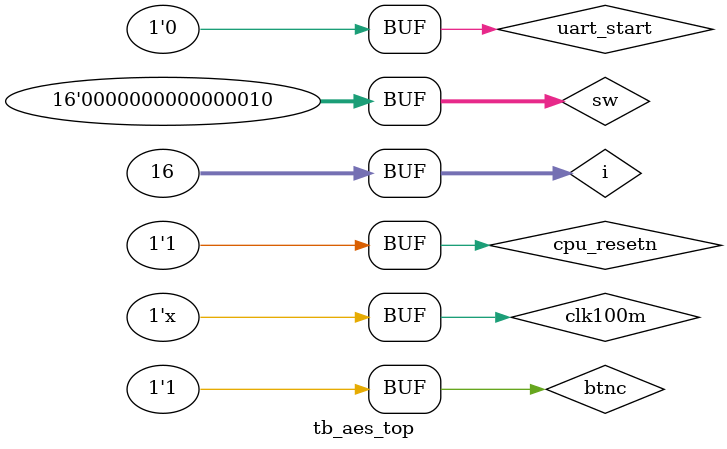
<source format=v>
`timescale 1ns / 1ps

`define AUTOTB_DUT      Cipher
`define AUTOTB_DUT_INST AESL_inst_Cipher
`define AUTOTB_TOP      apatb_Cipher_top
`define AUTOTB_TOP_INST apatb_Cipher_top_inst

module tb_aes_top();

reg cpu_resetn;
reg clk100m; 
reg btnc            ;
reg btnu            ;
reg btnl            ;
reg btnr            ;
reg btnd            ;
reg [15:0] sw       ;
wire [15:0] led      ;
wire uart_txd_in     ;
wire uart_rxd_out    ;
wire [07:0] sseg_ca  ;
wire [07:0] sseg_an ; 

wire uart_busy;
reg uart_busy_d;
wire uart_busy_ne;
reg [09:0] uart_busy_ne_d;
reg uart_start;

reg [07:0] counter_d;

integer i;

always @(posedge clk100m) begin
   if(!cpu_resetn) begin
      counter_d <= 'd0;
   end else begin
      counter_d <= counter_d + 1;
   end
end

initial begin
cpu_resetn = 0;
sw='d0;
uart_start = 0;
clk100m = 0;
btnc = 0;
#1001
cpu_resetn = 0;
#1000
cpu_resetn = 1;
#1000
btnc = 1;
sw = 'd1;
/*for(i=0;i<16;i=i+1) begin
#100000
uart_start = 1;
#10
uart_start = 0;
#100000
uart_start = 0;
end*/
#1000000
sw = 'd0;
#1000000
sw = 'h0000;
#1000000
sw = 'h1002;
#10
btnc = 1;
#4000000
btnc = 1;
for(i=0;i<16;i=i+1) begin
#100000
uart_start = 1;
#10
uart_start = 0;
#100000
uart_start = 0;
end
#400000
sw = 'h0001;
for(i=0;i<16;i=i+1) begin
#100000
uart_start = 1;
#10
uart_start = 0;
#100000
uart_start = 0;
end
sw = 'h0002;
for(i=0;i<16;i=i+1) begin
#100000
uart_start = 1;
#10
uart_start = 0;
#100000
uart_start = 0;
end
#10
btnc = 1;
#100000
btnc = 1;
#10
btnc = 1;
#4000000
btnc = 1;
sw = 'h0001;
for(i=0;i<16;i=i+1) begin
#100000
uart_start = 1;
#10
uart_start = 0;
#100000
uart_start = 0;
end
sw = 'd2;
#10
btnc = 1;
#100000
btnc = 1;
#10
btnc = 1;
#4000000
btnc = 1;
sw = 'd1;
for(i=0;i<16;i=i+1) begin
#100000
uart_start = 1;
#10
uart_start = 0;
#100000
uart_start = 0;
end
sw = 'd2;
#10
btnc = 1;
#100000
btnc = 1;
end

always
 #5 clk100m = ~clk100m; 

`AUTOTB_TOP `AUTOTB_TOP_INST(
    .CPU_RESETN      (cpu_resetn   ),
    .CLK100M         (clk100m      ), 
    .BTNC            (btnc         ),
    .BTNU            (btnu         ),
    .BTNL            (btnl         ),
    .BTNR            (btnr         ),
    .BTND            (btnd         ),
    .SW              (sw           ),
    .LED             (led          ),
    .UART_TXD_IN     (uart_txd_in  ),
    .UART_RXD_OUT    (uart_rxd_out ),
    .UART_CTS        (             ),
    .UART_RTS        ('d1          ),
    .SSEG_CA         (sseg_ca      ),
    .SSEG_AN         (sseg_an      ) 
  );

uart_wrapper u_uart_wrapper(
    .CLK           (clk100m        ),
    .CPU_RESET     (!cpu_resetn       ),
    .USB_UART_TX   (   ),
    .USB_UART_RX   (uart_txd_in  ),
    .O_RX_OUT      (      ), 
    .O_RX_VLD      (      ),
    .O_FRAME_ERROR ( ),
    .I_TX_DATA     (counter_d ),
    .I_TX_START    (uart_start),
    .O_BUSY        (uart_busy     )
    );  
/*    
always @(posedge ap_clk) begin
      if(!ap_rst) begin
        uart_busy_d <= 'd0;
        for(i=0;i<10;i = i +1) begin
        uart_busy_ne_d[i] <= 'd0;
        end
      end else begin
        uart_busy_d <= uart_busy;
        uart_busy_ne_d[0] <= uart_busy_ne;
        for(i=1;i<10;i=i+1) begin
        uart_busy_ne_d[i] <= uart_busy_ne_d[i-1];
        end
      end
end

assign uart_busy_ne = (uart_busy_d && !uart_busy);*/

endmodule

</source>
